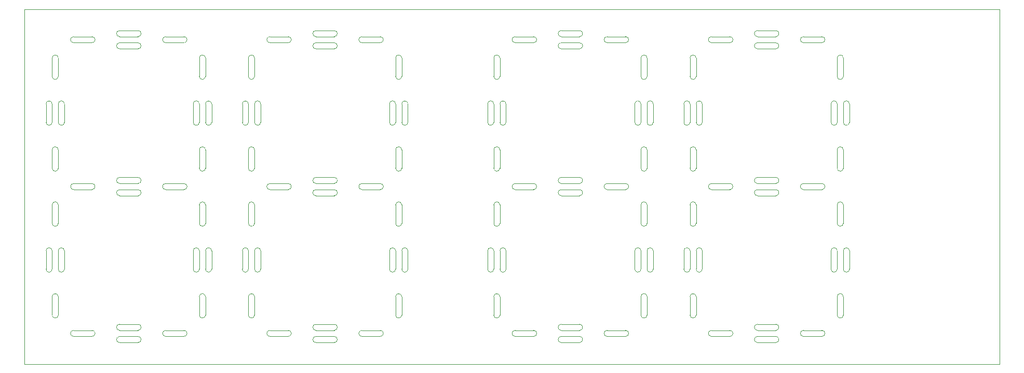
<source format=gbr>
%TF.GenerationSoftware,KiCad,Pcbnew,9.0.6-9.0.6~ubuntu24.04.1*%
%TF.CreationDate,2025-12-08T22:33:50+01:00*%
%TF.ProjectId,7_seg_led_tht_3mm,375f7365-675f-46c6-9564-5f7468745f33,rev?*%
%TF.SameCoordinates,Original*%
%TF.FileFunction,Profile,NP*%
%FSLAX46Y46*%
G04 Gerber Fmt 4.6, Leading zero omitted, Abs format (unit mm)*
G04 Created by KiCad (PCBNEW 9.0.6-9.0.6~ubuntu24.04.1) date 2025-12-08 22:33:50*
%MOMM*%
%LPD*%
G01*
G04 APERTURE LIST*
%TA.AperFunction,Profile*%
%ADD10C,0.050000*%
%TD*%
G04 APERTURE END LIST*
D10*
X94500000Y-70500000D02*
X91500000Y-70500000D01*
X104500000Y-90000000D02*
X104500000Y-87000000D01*
X91500000Y-91500000D02*
X94500000Y-91500000D01*
X79500000Y-106500000D02*
X79500000Y-103500000D01*
X91500000Y-93500000D02*
X94500000Y-93500000D01*
X94500000Y-69500000D02*
X91500000Y-69500000D01*
X104500000Y-87000000D02*
G75*
G02*
X105500000Y-87000000I500000J0D01*
G01*
X94500000Y-93500000D02*
G75*
G02*
X94500000Y-94500000I0J-500000D01*
G01*
X106500000Y-82500000D02*
X106500000Y-79500000D01*
X105500000Y-103500000D02*
G75*
G02*
X106500000Y-103500000I500000J0D01*
G01*
X105500000Y-90000000D02*
X105500000Y-87000000D01*
X102000000Y-116500000D02*
G75*
G02*
X102000000Y-117500000I0J-500000D01*
G01*
X104500000Y-106500000D02*
G75*
G02*
X103500000Y-106500000I-500000J0D01*
G01*
X103500000Y-103500000D02*
G75*
G02*
X104500000Y-103500000I500000J0D01*
G01*
X94500000Y-117500000D02*
G75*
G02*
X94500000Y-118500000I0J-500000D01*
G01*
X84000000Y-93500000D02*
G75*
G02*
X84000000Y-92500000I0J500000D01*
G01*
X102000000Y-92500000D02*
G75*
G02*
X102000000Y-93500000I0J-500000D01*
G01*
X82500000Y-82500000D02*
G75*
G02*
X81500000Y-82500000I-500000J0D01*
G01*
X84000000Y-116500000D02*
X87000000Y-116500000D01*
X79500000Y-82500000D02*
X79500000Y-79500000D01*
X81500000Y-75000000D02*
X81500000Y-72000000D01*
X104500000Y-106500000D02*
X104500000Y-103500000D01*
X80500000Y-114000000D02*
X80500000Y-111000000D01*
X105500000Y-79500000D02*
G75*
G02*
X106500000Y-79500000I500000J0D01*
G01*
X104500000Y-114000000D02*
X104500000Y-111000000D01*
X80500000Y-99000000D02*
X80500000Y-96000000D01*
X94500000Y-69500000D02*
G75*
G02*
X94500000Y-70500000I0J-500000D01*
G01*
X80500000Y-96000000D02*
G75*
G02*
X81500000Y-96000000I500000J0D01*
G01*
X91500000Y-116500000D02*
G75*
G02*
X91500000Y-115500000I0J500000D01*
G01*
X104500000Y-75000000D02*
X104500000Y-72000000D01*
X81500000Y-75000000D02*
G75*
G02*
X80500000Y-75000000I-500000J0D01*
G01*
X104500000Y-72000000D02*
G75*
G02*
X105500000Y-72000000I500000J0D01*
G01*
X91500000Y-68500000D02*
G75*
G02*
X91500000Y-67500000I0J500000D01*
G01*
X104500000Y-82500000D02*
G75*
G02*
X103500000Y-82500000I-500000J0D01*
G01*
X81500000Y-79500000D02*
G75*
G02*
X82500000Y-79500000I500000J0D01*
G01*
X81500000Y-103500000D02*
G75*
G02*
X82500000Y-103500000I500000J0D01*
G01*
X80500000Y-106500000D02*
G75*
G02*
X79500000Y-106500000I-500000J0D01*
G01*
X80500000Y-111000000D02*
G75*
G02*
X81500000Y-111000000I500000J0D01*
G01*
X87000000Y-116500000D02*
G75*
G02*
X87000000Y-117500000I0J-500000D01*
G01*
X80500000Y-82500000D02*
X80500000Y-79500000D01*
X84000000Y-117500000D02*
G75*
G02*
X84000000Y-116500000I0J500000D01*
G01*
X87000000Y-68500000D02*
G75*
G02*
X87000000Y-69500000I0J-500000D01*
G01*
X84000000Y-92500000D02*
X87000000Y-92500000D01*
X103500000Y-79500000D02*
G75*
G02*
X104500000Y-79500000I500000J0D01*
G01*
X94500000Y-115500000D02*
G75*
G02*
X94500000Y-116500000I0J-500000D01*
G01*
X91500000Y-92500000D02*
G75*
G02*
X91500000Y-91500000I0J500000D01*
G01*
X106500000Y-82500000D02*
G75*
G02*
X105500000Y-82500000I-500000J0D01*
G01*
X105500000Y-114000000D02*
X105500000Y-111000000D01*
X99000000Y-69500000D02*
G75*
G02*
X99000000Y-68500000I0J500000D01*
G01*
X105500000Y-99000000D02*
X105500000Y-96000000D01*
X99000000Y-117500000D02*
X102000000Y-117500000D01*
X80500000Y-87000000D02*
G75*
G02*
X81500000Y-87000000I500000J0D01*
G01*
X82500000Y-106500000D02*
G75*
G02*
X81500000Y-106500000I-500000J0D01*
G01*
X91500000Y-115500000D02*
X94500000Y-115500000D01*
X99000000Y-93500000D02*
X102000000Y-93500000D01*
X105500000Y-75000000D02*
G75*
G02*
X104500000Y-75000000I-500000J0D01*
G01*
X99000000Y-116500000D02*
X102000000Y-116500000D01*
X79500000Y-103500000D02*
G75*
G02*
X80500000Y-103500000I500000J0D01*
G01*
X103500000Y-106500000D02*
X103500000Y-103500000D01*
X81500000Y-114000000D02*
X81500000Y-111000000D01*
X106500000Y-106500000D02*
X106500000Y-103500000D01*
X103500000Y-82500000D02*
X103500000Y-79500000D01*
X82500000Y-106500000D02*
X82500000Y-103500000D01*
X106500000Y-106500000D02*
G75*
G02*
X105500000Y-106500000I-500000J0D01*
G01*
X99000000Y-93500000D02*
G75*
G02*
X99000000Y-92500000I0J500000D01*
G01*
X91500000Y-118500000D02*
X94500000Y-118500000D01*
X104500000Y-111000000D02*
G75*
G02*
X105500000Y-111000000I500000J0D01*
G01*
X104500000Y-82500000D02*
X104500000Y-79500000D01*
X81500000Y-90000000D02*
X81500000Y-87000000D01*
X91500000Y-70500000D02*
G75*
G02*
X91500000Y-69500000I0J500000D01*
G01*
X91500000Y-116500000D02*
X94500000Y-116500000D01*
X104500000Y-99000000D02*
X104500000Y-96000000D01*
X81500000Y-106500000D02*
X81500000Y-103500000D01*
X104500000Y-96000000D02*
G75*
G02*
X105500000Y-96000000I500000J0D01*
G01*
X102000000Y-68500000D02*
G75*
G02*
X102000000Y-69500000I0J-500000D01*
G01*
X102000000Y-68500000D02*
X99000000Y-68500000D01*
X84000000Y-93500000D02*
X87000000Y-93500000D01*
X105500000Y-75000000D02*
X105500000Y-72000000D01*
X84000000Y-117500000D02*
X87000000Y-117500000D01*
X99000000Y-117500000D02*
G75*
G02*
X99000000Y-116500000I0J500000D01*
G01*
X91500000Y-94500000D02*
G75*
G02*
X91500000Y-93500000I0J500000D01*
G01*
X82500000Y-82500000D02*
X82500000Y-79500000D01*
X81500000Y-99000000D02*
G75*
G02*
X80500000Y-99000000I-500000J0D01*
G01*
X102000000Y-69500000D02*
X99000000Y-69500000D01*
X81500000Y-90000000D02*
G75*
G02*
X80500000Y-90000000I-500000J0D01*
G01*
X105500000Y-106500000D02*
X105500000Y-103500000D01*
X99000000Y-92500000D02*
X102000000Y-92500000D01*
X91500000Y-117500000D02*
X94500000Y-117500000D01*
X105500000Y-114000000D02*
G75*
G02*
X104500000Y-114000000I-500000J0D01*
G01*
X91500000Y-94500000D02*
X94500000Y-94500000D01*
X87000000Y-92500000D02*
G75*
G02*
X87000000Y-93500000I0J-500000D01*
G01*
X94500000Y-67500000D02*
X91500000Y-67500000D01*
X105500000Y-90000000D02*
G75*
G02*
X104500000Y-90000000I-500000J0D01*
G01*
X84000000Y-69500000D02*
G75*
G02*
X84000000Y-68500000I0J500000D01*
G01*
X81500000Y-114000000D02*
G75*
G02*
X80500000Y-114000000I-500000J0D01*
G01*
X105500000Y-82500000D02*
X105500000Y-79500000D01*
X80500000Y-106500000D02*
X80500000Y-103500000D01*
X94500000Y-68500000D02*
X91500000Y-68500000D01*
X79500000Y-79500000D02*
G75*
G02*
X80500000Y-79500000I500000J0D01*
G01*
X81500000Y-82500000D02*
X81500000Y-79500000D01*
X81500000Y-99000000D02*
X81500000Y-96000000D01*
X87000000Y-68500000D02*
X84000000Y-68500000D01*
X87000000Y-69500000D02*
X84000000Y-69500000D01*
X80500000Y-75000000D02*
X80500000Y-72000000D01*
X80500000Y-72000000D02*
G75*
G02*
X81500000Y-72000000I500000J0D01*
G01*
X80500000Y-90000000D02*
X80500000Y-87000000D01*
X94500000Y-67500000D02*
G75*
G02*
X94500000Y-68500000I0J-500000D01*
G01*
X94500000Y-91500000D02*
G75*
G02*
X94500000Y-92500000I0J-500000D01*
G01*
X91500000Y-92500000D02*
X94500000Y-92500000D01*
X105500000Y-99000000D02*
G75*
G02*
X104500000Y-99000000I-500000J0D01*
G01*
X80500000Y-82500000D02*
G75*
G02*
X79500000Y-82500000I-500000J0D01*
G01*
X91500000Y-118500000D02*
G75*
G02*
X91500000Y-117500000I0J500000D01*
G01*
X126500000Y-70500000D02*
X123500000Y-70500000D01*
X136500000Y-90000000D02*
X136500000Y-87000000D01*
X123500000Y-91500000D02*
X126500000Y-91500000D01*
X111500000Y-106500000D02*
X111500000Y-103500000D01*
X123500000Y-93500000D02*
X126500000Y-93500000D01*
X126500000Y-69500000D02*
X123500000Y-69500000D01*
X136500000Y-87000000D02*
G75*
G02*
X137500000Y-87000000I500000J0D01*
G01*
X126500000Y-93500000D02*
G75*
G02*
X126500000Y-94500000I0J-500000D01*
G01*
X138500000Y-82500000D02*
X138500000Y-79500000D01*
X137500000Y-103500000D02*
G75*
G02*
X138500000Y-103500000I500000J0D01*
G01*
X137500000Y-90000000D02*
X137500000Y-87000000D01*
X134000000Y-116500000D02*
G75*
G02*
X134000000Y-117500000I0J-500000D01*
G01*
X136500000Y-106500000D02*
G75*
G02*
X135500000Y-106500000I-500000J0D01*
G01*
X135500000Y-103500000D02*
G75*
G02*
X136500000Y-103500000I500000J0D01*
G01*
X126500000Y-117500000D02*
G75*
G02*
X126500000Y-118500000I0J-500000D01*
G01*
X116000000Y-93500000D02*
G75*
G02*
X116000000Y-92500000I0J500000D01*
G01*
X134000000Y-92500000D02*
G75*
G02*
X134000000Y-93500000I0J-500000D01*
G01*
X114500000Y-82500000D02*
G75*
G02*
X113500000Y-82500000I-500000J0D01*
G01*
X116000000Y-116500000D02*
X119000000Y-116500000D01*
X111500000Y-82500000D02*
X111500000Y-79500000D01*
X113500000Y-75000000D02*
X113500000Y-72000000D01*
X136500000Y-106500000D02*
X136500000Y-103500000D01*
X112500000Y-114000000D02*
X112500000Y-111000000D01*
X137500000Y-79500000D02*
G75*
G02*
X138500000Y-79500000I500000J0D01*
G01*
X136500000Y-114000000D02*
X136500000Y-111000000D01*
X112500000Y-99000000D02*
X112500000Y-96000000D01*
X126500000Y-69500000D02*
G75*
G02*
X126500000Y-70500000I0J-500000D01*
G01*
X112500000Y-96000000D02*
G75*
G02*
X113500000Y-96000000I500000J0D01*
G01*
X123500000Y-116500000D02*
G75*
G02*
X123500000Y-115500000I0J500000D01*
G01*
X136500000Y-75000000D02*
X136500000Y-72000000D01*
X113500000Y-75000000D02*
G75*
G02*
X112500000Y-75000000I-500000J0D01*
G01*
X136500000Y-72000000D02*
G75*
G02*
X137500000Y-72000000I500000J0D01*
G01*
X123500000Y-68500000D02*
G75*
G02*
X123500000Y-67500000I0J500000D01*
G01*
X136500000Y-82500000D02*
G75*
G02*
X135500000Y-82500000I-500000J0D01*
G01*
X113500000Y-79500000D02*
G75*
G02*
X114500000Y-79500000I500000J0D01*
G01*
X113500000Y-103500000D02*
G75*
G02*
X114500000Y-103500000I500000J0D01*
G01*
X112500000Y-106500000D02*
G75*
G02*
X111500000Y-106500000I-500000J0D01*
G01*
X112500000Y-111000000D02*
G75*
G02*
X113500000Y-111000000I500000J0D01*
G01*
X119000000Y-116500000D02*
G75*
G02*
X119000000Y-117500000I0J-500000D01*
G01*
X112500000Y-82500000D02*
X112500000Y-79500000D01*
X116000000Y-117500000D02*
G75*
G02*
X116000000Y-116500000I0J500000D01*
G01*
X119000000Y-68500000D02*
G75*
G02*
X119000000Y-69500000I0J-500000D01*
G01*
X116000000Y-92500000D02*
X119000000Y-92500000D01*
X135500000Y-79500000D02*
G75*
G02*
X136500000Y-79500000I500000J0D01*
G01*
X126500000Y-115500000D02*
G75*
G02*
X126500000Y-116500000I0J-500000D01*
G01*
X123500000Y-92500000D02*
G75*
G02*
X123500000Y-91500000I0J500000D01*
G01*
X138500000Y-82500000D02*
G75*
G02*
X137500000Y-82500000I-500000J0D01*
G01*
X137500000Y-114000000D02*
X137500000Y-111000000D01*
X131000000Y-69500000D02*
G75*
G02*
X131000000Y-68500000I0J500000D01*
G01*
X137500000Y-99000000D02*
X137500000Y-96000000D01*
X131000000Y-117500000D02*
X134000000Y-117500000D01*
X112500000Y-87000000D02*
G75*
G02*
X113500000Y-87000000I500000J0D01*
G01*
X114500000Y-106500000D02*
G75*
G02*
X113500000Y-106500000I-500000J0D01*
G01*
X123500000Y-115500000D02*
X126500000Y-115500000D01*
X131000000Y-93500000D02*
X134000000Y-93500000D01*
X137500000Y-75000000D02*
G75*
G02*
X136500000Y-75000000I-500000J0D01*
G01*
X131000000Y-116500000D02*
X134000000Y-116500000D01*
X111500000Y-103500000D02*
G75*
G02*
X112500000Y-103500000I500000J0D01*
G01*
X135500000Y-106500000D02*
X135500000Y-103500000D01*
X113500000Y-114000000D02*
X113500000Y-111000000D01*
X138500000Y-106500000D02*
X138500000Y-103500000D01*
X135500000Y-82500000D02*
X135500000Y-79500000D01*
X114500000Y-106500000D02*
X114500000Y-103500000D01*
X138500000Y-106500000D02*
G75*
G02*
X137500000Y-106500000I-500000J0D01*
G01*
X131000000Y-93500000D02*
G75*
G02*
X131000000Y-92500000I0J500000D01*
G01*
X123500000Y-118500000D02*
X126500000Y-118500000D01*
X136500000Y-111000000D02*
G75*
G02*
X137500000Y-111000000I500000J0D01*
G01*
X136500000Y-82500000D02*
X136500000Y-79500000D01*
X113500000Y-90000000D02*
X113500000Y-87000000D01*
X123500000Y-70500000D02*
G75*
G02*
X123500000Y-69500000I0J500000D01*
G01*
X123500000Y-116500000D02*
X126500000Y-116500000D01*
X136500000Y-99000000D02*
X136500000Y-96000000D01*
X113500000Y-106500000D02*
X113500000Y-103500000D01*
X136500000Y-96000000D02*
G75*
G02*
X137500000Y-96000000I500000J0D01*
G01*
X134000000Y-68500000D02*
G75*
G02*
X134000000Y-69500000I0J-500000D01*
G01*
X134000000Y-68500000D02*
X131000000Y-68500000D01*
X116000000Y-93500000D02*
X119000000Y-93500000D01*
X137500000Y-75000000D02*
X137500000Y-72000000D01*
X116000000Y-117500000D02*
X119000000Y-117500000D01*
X131000000Y-117500000D02*
G75*
G02*
X131000000Y-116500000I0J500000D01*
G01*
X123500000Y-94500000D02*
G75*
G02*
X123500000Y-93500000I0J500000D01*
G01*
X114500000Y-82500000D02*
X114500000Y-79500000D01*
X113500000Y-99000000D02*
G75*
G02*
X112500000Y-99000000I-500000J0D01*
G01*
X134000000Y-69500000D02*
X131000000Y-69500000D01*
X113500000Y-90000000D02*
G75*
G02*
X112500000Y-90000000I-500000J0D01*
G01*
X137500000Y-106500000D02*
X137500000Y-103500000D01*
X131000000Y-92500000D02*
X134000000Y-92500000D01*
X123500000Y-117500000D02*
X126500000Y-117500000D01*
X137500000Y-114000000D02*
G75*
G02*
X136500000Y-114000000I-500000J0D01*
G01*
X123500000Y-94500000D02*
X126500000Y-94500000D01*
X119000000Y-92500000D02*
G75*
G02*
X119000000Y-93500000I0J-500000D01*
G01*
X126500000Y-67500000D02*
X123500000Y-67500000D01*
X137500000Y-90000000D02*
G75*
G02*
X136500000Y-90000000I-500000J0D01*
G01*
X116000000Y-69500000D02*
G75*
G02*
X116000000Y-68500000I0J500000D01*
G01*
X113500000Y-114000000D02*
G75*
G02*
X112500000Y-114000000I-500000J0D01*
G01*
X137500000Y-82500000D02*
X137500000Y-79500000D01*
X112500000Y-106500000D02*
X112500000Y-103500000D01*
X126500000Y-68500000D02*
X123500000Y-68500000D01*
X111500000Y-79500000D02*
G75*
G02*
X112500000Y-79500000I500000J0D01*
G01*
X113500000Y-82500000D02*
X113500000Y-79500000D01*
X113500000Y-99000000D02*
X113500000Y-96000000D01*
X119000000Y-68500000D02*
X116000000Y-68500000D01*
X119000000Y-69500000D02*
X116000000Y-69500000D01*
X112500000Y-75000000D02*
X112500000Y-72000000D01*
X112500000Y-72000000D02*
G75*
G02*
X113500000Y-72000000I500000J0D01*
G01*
X112500000Y-90000000D02*
X112500000Y-87000000D01*
X126500000Y-67500000D02*
G75*
G02*
X126500000Y-68500000I0J-500000D01*
G01*
X126500000Y-91500000D02*
G75*
G02*
X126500000Y-92500000I0J-500000D01*
G01*
X123500000Y-92500000D02*
X126500000Y-92500000D01*
X137500000Y-99000000D02*
G75*
G02*
X136500000Y-99000000I-500000J0D01*
G01*
X112500000Y-82500000D02*
G75*
G02*
X111500000Y-82500000I-500000J0D01*
G01*
X123500000Y-118500000D02*
G75*
G02*
X123500000Y-117500000I0J500000D01*
G01*
X166500000Y-70500000D02*
X163500000Y-70500000D01*
X176500000Y-90000000D02*
X176500000Y-87000000D01*
X163500000Y-91500000D02*
X166500000Y-91500000D01*
X151500000Y-106500000D02*
X151500000Y-103500000D01*
X163500000Y-93500000D02*
X166500000Y-93500000D01*
X166500000Y-69500000D02*
X163500000Y-69500000D01*
X176500000Y-87000000D02*
G75*
G02*
X177500000Y-87000000I500000J0D01*
G01*
X166500000Y-93500000D02*
G75*
G02*
X166500000Y-94500000I0J-500000D01*
G01*
X178500000Y-82500000D02*
X178500000Y-79500000D01*
X177500000Y-103500000D02*
G75*
G02*
X178500000Y-103500000I500000J0D01*
G01*
X177500000Y-90000000D02*
X177500000Y-87000000D01*
X174000000Y-116500000D02*
G75*
G02*
X174000000Y-117500000I0J-500000D01*
G01*
X176500000Y-106500000D02*
G75*
G02*
X175500000Y-106500000I-500000J0D01*
G01*
X175500000Y-103500000D02*
G75*
G02*
X176500000Y-103500000I500000J0D01*
G01*
X166500000Y-117500000D02*
G75*
G02*
X166500000Y-118500000I0J-500000D01*
G01*
X156000000Y-93500000D02*
G75*
G02*
X156000000Y-92500000I0J500000D01*
G01*
X174000000Y-92500000D02*
G75*
G02*
X174000000Y-93500000I0J-500000D01*
G01*
X154500000Y-82500000D02*
G75*
G02*
X153500000Y-82500000I-500000J0D01*
G01*
X156000000Y-116500000D02*
X159000000Y-116500000D01*
X151500000Y-82500000D02*
X151500000Y-79500000D01*
X153500000Y-75000000D02*
X153500000Y-72000000D01*
X176500000Y-106500000D02*
X176500000Y-103500000D01*
X152500000Y-114000000D02*
X152500000Y-111000000D01*
X177500000Y-79500000D02*
G75*
G02*
X178500000Y-79500000I500000J0D01*
G01*
X176500000Y-114000000D02*
X176500000Y-111000000D01*
X152500000Y-99000000D02*
X152500000Y-96000000D01*
X166500000Y-69500000D02*
G75*
G02*
X166500000Y-70500000I0J-500000D01*
G01*
X152500000Y-96000000D02*
G75*
G02*
X153500000Y-96000000I500000J0D01*
G01*
X163500000Y-116500000D02*
G75*
G02*
X163500000Y-115500000I0J500000D01*
G01*
X176500000Y-75000000D02*
X176500000Y-72000000D01*
X153500000Y-75000000D02*
G75*
G02*
X152500000Y-75000000I-500000J0D01*
G01*
X176500000Y-72000000D02*
G75*
G02*
X177500000Y-72000000I500000J0D01*
G01*
X163500000Y-68500000D02*
G75*
G02*
X163500000Y-67500000I0J500000D01*
G01*
X176500000Y-82500000D02*
G75*
G02*
X175500000Y-82500000I-500000J0D01*
G01*
X153500000Y-79500000D02*
G75*
G02*
X154500000Y-79500000I500000J0D01*
G01*
X153500000Y-103500000D02*
G75*
G02*
X154500000Y-103500000I500000J0D01*
G01*
X152500000Y-106500000D02*
G75*
G02*
X151500000Y-106500000I-500000J0D01*
G01*
X152500000Y-111000000D02*
G75*
G02*
X153500000Y-111000000I500000J0D01*
G01*
X159000000Y-116500000D02*
G75*
G02*
X159000000Y-117500000I0J-500000D01*
G01*
X152500000Y-82500000D02*
X152500000Y-79500000D01*
X156000000Y-117500000D02*
G75*
G02*
X156000000Y-116500000I0J500000D01*
G01*
X159000000Y-68500000D02*
G75*
G02*
X159000000Y-69500000I0J-500000D01*
G01*
X156000000Y-92500000D02*
X159000000Y-92500000D01*
X175500000Y-79500000D02*
G75*
G02*
X176500000Y-79500000I500000J0D01*
G01*
X166500000Y-115500000D02*
G75*
G02*
X166500000Y-116500000I0J-500000D01*
G01*
X163500000Y-92500000D02*
G75*
G02*
X163500000Y-91500000I0J500000D01*
G01*
X178500000Y-82500000D02*
G75*
G02*
X177500000Y-82500000I-500000J0D01*
G01*
X177500000Y-114000000D02*
X177500000Y-111000000D01*
X171000000Y-69500000D02*
G75*
G02*
X171000000Y-68500000I0J500000D01*
G01*
X177500000Y-99000000D02*
X177500000Y-96000000D01*
X171000000Y-117500000D02*
X174000000Y-117500000D01*
X152500000Y-87000000D02*
G75*
G02*
X153500000Y-87000000I500000J0D01*
G01*
X154500000Y-106500000D02*
G75*
G02*
X153500000Y-106500000I-500000J0D01*
G01*
X163500000Y-115500000D02*
X166500000Y-115500000D01*
X171000000Y-93500000D02*
X174000000Y-93500000D01*
X177500000Y-75000000D02*
G75*
G02*
X176500000Y-75000000I-500000J0D01*
G01*
X171000000Y-116500000D02*
X174000000Y-116500000D01*
X151500000Y-103500000D02*
G75*
G02*
X152500000Y-103500000I500000J0D01*
G01*
X175500000Y-106500000D02*
X175500000Y-103500000D01*
X153500000Y-114000000D02*
X153500000Y-111000000D01*
X178500000Y-106500000D02*
X178500000Y-103500000D01*
X175500000Y-82500000D02*
X175500000Y-79500000D01*
X154500000Y-106500000D02*
X154500000Y-103500000D01*
X178500000Y-106500000D02*
G75*
G02*
X177500000Y-106500000I-500000J0D01*
G01*
X171000000Y-93500000D02*
G75*
G02*
X171000000Y-92500000I0J500000D01*
G01*
X163500000Y-118500000D02*
X166500000Y-118500000D01*
X176500000Y-111000000D02*
G75*
G02*
X177500000Y-111000000I500000J0D01*
G01*
X176500000Y-82500000D02*
X176500000Y-79500000D01*
X153500000Y-90000000D02*
X153500000Y-87000000D01*
X163500000Y-70500000D02*
G75*
G02*
X163500000Y-69500000I0J500000D01*
G01*
X163500000Y-116500000D02*
X166500000Y-116500000D01*
X176500000Y-99000000D02*
X176500000Y-96000000D01*
X153500000Y-106500000D02*
X153500000Y-103500000D01*
X176500000Y-96000000D02*
G75*
G02*
X177500000Y-96000000I500000J0D01*
G01*
X174000000Y-68500000D02*
G75*
G02*
X174000000Y-69500000I0J-500000D01*
G01*
X174000000Y-68500000D02*
X171000000Y-68500000D01*
X156000000Y-93500000D02*
X159000000Y-93500000D01*
X177500000Y-75000000D02*
X177500000Y-72000000D01*
X156000000Y-117500000D02*
X159000000Y-117500000D01*
X171000000Y-117500000D02*
G75*
G02*
X171000000Y-116500000I0J500000D01*
G01*
X163500000Y-94500000D02*
G75*
G02*
X163500000Y-93500000I0J500000D01*
G01*
X154500000Y-82500000D02*
X154500000Y-79500000D01*
X153500000Y-99000000D02*
G75*
G02*
X152500000Y-99000000I-500000J0D01*
G01*
X174000000Y-69500000D02*
X171000000Y-69500000D01*
X153500000Y-90000000D02*
G75*
G02*
X152500000Y-90000000I-500000J0D01*
G01*
X177500000Y-106500000D02*
X177500000Y-103500000D01*
X171000000Y-92500000D02*
X174000000Y-92500000D01*
X163500000Y-117500000D02*
X166500000Y-117500000D01*
X177500000Y-114000000D02*
G75*
G02*
X176500000Y-114000000I-500000J0D01*
G01*
X163500000Y-94500000D02*
X166500000Y-94500000D01*
X159000000Y-92500000D02*
G75*
G02*
X159000000Y-93500000I0J-500000D01*
G01*
X166500000Y-67500000D02*
X163500000Y-67500000D01*
X177500000Y-90000000D02*
G75*
G02*
X176500000Y-90000000I-500000J0D01*
G01*
X156000000Y-69500000D02*
G75*
G02*
X156000000Y-68500000I0J500000D01*
G01*
X153500000Y-114000000D02*
G75*
G02*
X152500000Y-114000000I-500000J0D01*
G01*
X177500000Y-82500000D02*
X177500000Y-79500000D01*
X152500000Y-106500000D02*
X152500000Y-103500000D01*
X166500000Y-68500000D02*
X163500000Y-68500000D01*
X151500000Y-79500000D02*
G75*
G02*
X152500000Y-79500000I500000J0D01*
G01*
X153500000Y-82500000D02*
X153500000Y-79500000D01*
X153500000Y-99000000D02*
X153500000Y-96000000D01*
X159000000Y-68500000D02*
X156000000Y-68500000D01*
X159000000Y-69500000D02*
X156000000Y-69500000D01*
X152500000Y-75000000D02*
X152500000Y-72000000D01*
X152500000Y-72000000D02*
G75*
G02*
X153500000Y-72000000I500000J0D01*
G01*
X152500000Y-90000000D02*
X152500000Y-87000000D01*
X166500000Y-67500000D02*
G75*
G02*
X166500000Y-68500000I0J-500000D01*
G01*
X166500000Y-91500000D02*
G75*
G02*
X166500000Y-92500000I0J-500000D01*
G01*
X163500000Y-92500000D02*
X166500000Y-92500000D01*
X177500000Y-99000000D02*
G75*
G02*
X176500000Y-99000000I-500000J0D01*
G01*
X152500000Y-82500000D02*
G75*
G02*
X151500000Y-82500000I-500000J0D01*
G01*
X163500000Y-118500000D02*
G75*
G02*
X163500000Y-117500000I0J500000D01*
G01*
X188000000Y-116500000D02*
X191000000Y-116500000D01*
X191000000Y-116500000D02*
G75*
G02*
X191000000Y-117500000I0J-500000D01*
G01*
X195500000Y-118500000D02*
X198500000Y-118500000D01*
X188000000Y-117500000D02*
X191000000Y-117500000D01*
X198500000Y-117500000D02*
G75*
G02*
X198500000Y-118500000I0J-500000D01*
G01*
X203000000Y-116500000D02*
X206000000Y-116500000D01*
X206000000Y-116500000D02*
G75*
G02*
X206000000Y-117500000I0J-500000D01*
G01*
X195500000Y-116500000D02*
G75*
G02*
X195500000Y-115500000I0J500000D01*
G01*
X198500000Y-115500000D02*
G75*
G02*
X198500000Y-116500000I0J-500000D01*
G01*
X195500000Y-118500000D02*
G75*
G02*
X195500000Y-117500000I0J500000D01*
G01*
X203000000Y-117500000D02*
G75*
G02*
X203000000Y-116500000I0J500000D01*
G01*
X195500000Y-115500000D02*
X198500000Y-115500000D01*
X195500000Y-116500000D02*
X198500000Y-116500000D01*
X203000000Y-117500000D02*
X206000000Y-117500000D01*
X188000000Y-117500000D02*
G75*
G02*
X188000000Y-116500000I0J500000D01*
G01*
X195500000Y-117500000D02*
X198500000Y-117500000D01*
X188000000Y-92500000D02*
X191000000Y-92500000D01*
X191000000Y-92500000D02*
G75*
G02*
X191000000Y-93500000I0J-500000D01*
G01*
X195500000Y-94500000D02*
X198500000Y-94500000D01*
X188000000Y-93500000D02*
X191000000Y-93500000D01*
X198500000Y-93500000D02*
G75*
G02*
X198500000Y-94500000I0J-500000D01*
G01*
X203000000Y-92500000D02*
X206000000Y-92500000D01*
X206000000Y-92500000D02*
G75*
G02*
X206000000Y-93500000I0J-500000D01*
G01*
X195500000Y-92500000D02*
G75*
G02*
X195500000Y-91500000I0J500000D01*
G01*
X198500000Y-91500000D02*
G75*
G02*
X198500000Y-92500000I0J-500000D01*
G01*
X195500000Y-94500000D02*
G75*
G02*
X195500000Y-93500000I0J500000D01*
G01*
X203000000Y-93500000D02*
G75*
G02*
X203000000Y-92500000I0J500000D01*
G01*
X195500000Y-91500000D02*
X198500000Y-91500000D01*
X195500000Y-92500000D02*
X198500000Y-92500000D01*
X203000000Y-93500000D02*
X206000000Y-93500000D01*
X188000000Y-93500000D02*
G75*
G02*
X188000000Y-92500000I0J500000D01*
G01*
X195500000Y-93500000D02*
X198500000Y-93500000D01*
X208500000Y-114000000D02*
X208500000Y-111000000D01*
X208500000Y-111000000D02*
G75*
G02*
X209500000Y-111000000I500000J0D01*
G01*
X210500000Y-106500000D02*
X210500000Y-103500000D01*
X209500000Y-114000000D02*
X209500000Y-111000000D01*
X209500000Y-103500000D02*
G75*
G02*
X210500000Y-103500000I500000J0D01*
G01*
X208500000Y-99000000D02*
X208500000Y-96000000D01*
X208500000Y-96000000D02*
G75*
G02*
X209500000Y-96000000I500000J0D01*
G01*
X208500000Y-106500000D02*
G75*
G02*
X207500000Y-106500000I-500000J0D01*
G01*
X207500000Y-103500000D02*
G75*
G02*
X208500000Y-103500000I500000J0D01*
G01*
X210500000Y-106500000D02*
G75*
G02*
X209500000Y-106500000I-500000J0D01*
G01*
X209500000Y-99000000D02*
G75*
G02*
X208500000Y-99000000I-500000J0D01*
G01*
X207500000Y-106500000D02*
X207500000Y-103500000D01*
X208500000Y-106500000D02*
X208500000Y-103500000D01*
X209500000Y-99000000D02*
X209500000Y-96000000D01*
X209500000Y-114000000D02*
G75*
G02*
X208500000Y-114000000I-500000J0D01*
G01*
X209500000Y-106500000D02*
X209500000Y-103500000D01*
X184500000Y-114000000D02*
X184500000Y-111000000D01*
X184500000Y-111000000D02*
G75*
G02*
X185500000Y-111000000I500000J0D01*
G01*
X186500000Y-106500000D02*
X186500000Y-103500000D01*
X185500000Y-114000000D02*
X185500000Y-111000000D01*
X185500000Y-103500000D02*
G75*
G02*
X186500000Y-103500000I500000J0D01*
G01*
X184500000Y-99000000D02*
X184500000Y-96000000D01*
X184500000Y-96000000D02*
G75*
G02*
X185500000Y-96000000I500000J0D01*
G01*
X184500000Y-106500000D02*
G75*
G02*
X183500000Y-106500000I-500000J0D01*
G01*
X183500000Y-103500000D02*
G75*
G02*
X184500000Y-103500000I500000J0D01*
G01*
X186500000Y-106500000D02*
G75*
G02*
X185500000Y-106500000I-500000J0D01*
G01*
X185500000Y-99000000D02*
G75*
G02*
X184500000Y-99000000I-500000J0D01*
G01*
X183500000Y-106500000D02*
X183500000Y-103500000D01*
X184500000Y-106500000D02*
X184500000Y-103500000D01*
X185500000Y-99000000D02*
X185500000Y-96000000D01*
X185500000Y-114000000D02*
G75*
G02*
X184500000Y-114000000I-500000J0D01*
G01*
X185500000Y-106500000D02*
X185500000Y-103500000D01*
X184500000Y-90000000D02*
X184500000Y-87000000D01*
X184500000Y-87000000D02*
G75*
G02*
X185500000Y-87000000I500000J0D01*
G01*
X186500000Y-82500000D02*
X186500000Y-79500000D01*
X185500000Y-90000000D02*
X185500000Y-87000000D01*
X185500000Y-79500000D02*
G75*
G02*
X186500000Y-79500000I500000J0D01*
G01*
X184500000Y-75000000D02*
X184500000Y-72000000D01*
X184500000Y-72000000D02*
G75*
G02*
X185500000Y-72000000I500000J0D01*
G01*
X184500000Y-82500000D02*
G75*
G02*
X183500000Y-82500000I-500000J0D01*
G01*
X183500000Y-79500000D02*
G75*
G02*
X184500000Y-79500000I500000J0D01*
G01*
X186500000Y-82500000D02*
G75*
G02*
X185500000Y-82500000I-500000J0D01*
G01*
X185500000Y-75000000D02*
G75*
G02*
X184500000Y-75000000I-500000J0D01*
G01*
X183500000Y-82500000D02*
X183500000Y-79500000D01*
X184500000Y-82500000D02*
X184500000Y-79500000D01*
X185500000Y-75000000D02*
X185500000Y-72000000D01*
X185500000Y-90000000D02*
G75*
G02*
X184500000Y-90000000I-500000J0D01*
G01*
X185500000Y-82500000D02*
X185500000Y-79500000D01*
X207500000Y-82500000D02*
X207500000Y-79500000D01*
X208500000Y-82500000D02*
X208500000Y-79500000D01*
X208500000Y-82500000D02*
G75*
G02*
X207500000Y-82500000I-500000J0D01*
G01*
X209500000Y-79500000D02*
G75*
G02*
X210500000Y-79500000I500000J0D01*
G01*
X209500000Y-75000000D02*
G75*
G02*
X208500000Y-75000000I-500000J0D01*
G01*
X208500000Y-87000000D02*
G75*
G02*
X209500000Y-87000000I500000J0D01*
G01*
X207500000Y-79500000D02*
G75*
G02*
X208500000Y-79500000I500000J0D01*
G01*
X209500000Y-90000000D02*
G75*
G02*
X208500000Y-90000000I-500000J0D01*
G01*
X209500000Y-90000000D02*
X209500000Y-87000000D01*
X208500000Y-90000000D02*
X208500000Y-87000000D01*
X210500000Y-82500000D02*
X210500000Y-79500000D01*
X208500000Y-72000000D02*
G75*
G02*
X209500000Y-72000000I500000J0D01*
G01*
X209500000Y-82500000D02*
X209500000Y-79500000D01*
X209500000Y-75000000D02*
X209500000Y-72000000D01*
X208500000Y-75000000D02*
X208500000Y-72000000D01*
X210500000Y-82500000D02*
G75*
G02*
X209500000Y-82500000I-500000J0D01*
G01*
X188000000Y-69500000D02*
G75*
G02*
X188000000Y-68500000I0J500000D01*
G01*
X191000000Y-68500000D02*
X188000000Y-68500000D01*
X191000000Y-69500000D02*
X188000000Y-69500000D01*
X191000000Y-68500000D02*
G75*
G02*
X191000000Y-69500000I0J-500000D01*
G01*
X203000000Y-69500000D02*
G75*
G02*
X203000000Y-68500000I0J500000D01*
G01*
X206000000Y-68500000D02*
X203000000Y-68500000D01*
X206000000Y-69500000D02*
X203000000Y-69500000D01*
X206000000Y-68500000D02*
G75*
G02*
X206000000Y-69500000I0J-500000D01*
G01*
X195500000Y-70500000D02*
G75*
G02*
X195500000Y-69500000I0J500000D01*
G01*
X198500000Y-69500000D02*
X195500000Y-69500000D01*
X198500000Y-70500000D02*
X195500000Y-70500000D01*
X198500000Y-69500000D02*
G75*
G02*
X198500000Y-70500000I0J-500000D01*
G01*
X198500000Y-67500000D02*
G75*
G02*
X198500000Y-68500000I0J-500000D01*
G01*
X195500000Y-68500000D02*
G75*
G02*
X195500000Y-67500000I0J500000D01*
G01*
X198500000Y-68500000D02*
X195500000Y-68500000D01*
X198500000Y-67500000D02*
X195500000Y-67500000D01*
X76000000Y-64000000D02*
X235000000Y-64000000D01*
X235000000Y-122000000D01*
X76000000Y-122000000D01*
X76000000Y-64000000D01*
M02*

</source>
